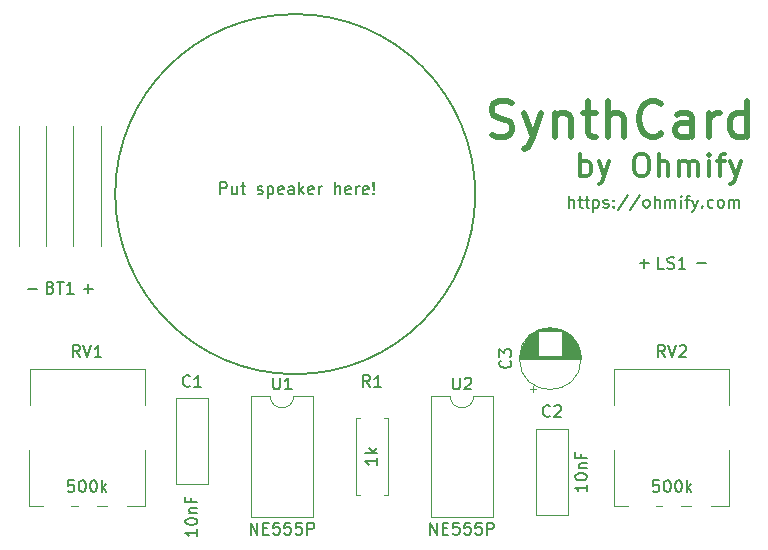
<source format=gbr>
%TF.GenerationSoftware,KiCad,Pcbnew,7.0.9*%
%TF.CreationDate,2023-11-29T23:53:56+08:00*%
%TF.ProjectId,SynthCard,53796e74-6843-4617-9264-2e6b69636164,rev?*%
%TF.SameCoordinates,Original*%
%TF.FileFunction,Legend,Top*%
%TF.FilePolarity,Positive*%
%FSLAX46Y46*%
G04 Gerber Fmt 4.6, Leading zero omitted, Abs format (unit mm)*
G04 Created by KiCad (PCBNEW 7.0.9) date 2023-11-29 23:53:56*
%MOMM*%
%LPD*%
G01*
G04 APERTURE LIST*
%ADD10C,0.150000*%
%ADD11C,0.304800*%
%ADD12C,0.508000*%
%ADD13C,0.120000*%
G04 APERTURE END LIST*
D10*
X144145000Y-94615000D02*
G75*
G03*
X144145000Y-94615000I-15240000J0D01*
G01*
X122538779Y-94611819D02*
X122538779Y-93611819D01*
X122538779Y-93611819D02*
X122919731Y-93611819D01*
X122919731Y-93611819D02*
X123014969Y-93659438D01*
X123014969Y-93659438D02*
X123062588Y-93707057D01*
X123062588Y-93707057D02*
X123110207Y-93802295D01*
X123110207Y-93802295D02*
X123110207Y-93945152D01*
X123110207Y-93945152D02*
X123062588Y-94040390D01*
X123062588Y-94040390D02*
X123014969Y-94088009D01*
X123014969Y-94088009D02*
X122919731Y-94135628D01*
X122919731Y-94135628D02*
X122538779Y-94135628D01*
X123967350Y-93945152D02*
X123967350Y-94611819D01*
X123538779Y-93945152D02*
X123538779Y-94468961D01*
X123538779Y-94468961D02*
X123586398Y-94564200D01*
X123586398Y-94564200D02*
X123681636Y-94611819D01*
X123681636Y-94611819D02*
X123824493Y-94611819D01*
X123824493Y-94611819D02*
X123919731Y-94564200D01*
X123919731Y-94564200D02*
X123967350Y-94516580D01*
X124300684Y-93945152D02*
X124681636Y-93945152D01*
X124443541Y-93611819D02*
X124443541Y-94468961D01*
X124443541Y-94468961D02*
X124491160Y-94564200D01*
X124491160Y-94564200D02*
X124586398Y-94611819D01*
X124586398Y-94611819D02*
X124681636Y-94611819D01*
X125729256Y-94564200D02*
X125824494Y-94611819D01*
X125824494Y-94611819D02*
X126014970Y-94611819D01*
X126014970Y-94611819D02*
X126110208Y-94564200D01*
X126110208Y-94564200D02*
X126157827Y-94468961D01*
X126157827Y-94468961D02*
X126157827Y-94421342D01*
X126157827Y-94421342D02*
X126110208Y-94326104D01*
X126110208Y-94326104D02*
X126014970Y-94278485D01*
X126014970Y-94278485D02*
X125872113Y-94278485D01*
X125872113Y-94278485D02*
X125776875Y-94230866D01*
X125776875Y-94230866D02*
X125729256Y-94135628D01*
X125729256Y-94135628D02*
X125729256Y-94088009D01*
X125729256Y-94088009D02*
X125776875Y-93992771D01*
X125776875Y-93992771D02*
X125872113Y-93945152D01*
X125872113Y-93945152D02*
X126014970Y-93945152D01*
X126014970Y-93945152D02*
X126110208Y-93992771D01*
X126586399Y-93945152D02*
X126586399Y-94945152D01*
X126586399Y-93992771D02*
X126681637Y-93945152D01*
X126681637Y-93945152D02*
X126872113Y-93945152D01*
X126872113Y-93945152D02*
X126967351Y-93992771D01*
X126967351Y-93992771D02*
X127014970Y-94040390D01*
X127014970Y-94040390D02*
X127062589Y-94135628D01*
X127062589Y-94135628D02*
X127062589Y-94421342D01*
X127062589Y-94421342D02*
X127014970Y-94516580D01*
X127014970Y-94516580D02*
X126967351Y-94564200D01*
X126967351Y-94564200D02*
X126872113Y-94611819D01*
X126872113Y-94611819D02*
X126681637Y-94611819D01*
X126681637Y-94611819D02*
X126586399Y-94564200D01*
X127872113Y-94564200D02*
X127776875Y-94611819D01*
X127776875Y-94611819D02*
X127586399Y-94611819D01*
X127586399Y-94611819D02*
X127491161Y-94564200D01*
X127491161Y-94564200D02*
X127443542Y-94468961D01*
X127443542Y-94468961D02*
X127443542Y-94088009D01*
X127443542Y-94088009D02*
X127491161Y-93992771D01*
X127491161Y-93992771D02*
X127586399Y-93945152D01*
X127586399Y-93945152D02*
X127776875Y-93945152D01*
X127776875Y-93945152D02*
X127872113Y-93992771D01*
X127872113Y-93992771D02*
X127919732Y-94088009D01*
X127919732Y-94088009D02*
X127919732Y-94183247D01*
X127919732Y-94183247D02*
X127443542Y-94278485D01*
X128776875Y-94611819D02*
X128776875Y-94088009D01*
X128776875Y-94088009D02*
X128729256Y-93992771D01*
X128729256Y-93992771D02*
X128634018Y-93945152D01*
X128634018Y-93945152D02*
X128443542Y-93945152D01*
X128443542Y-93945152D02*
X128348304Y-93992771D01*
X128776875Y-94564200D02*
X128681637Y-94611819D01*
X128681637Y-94611819D02*
X128443542Y-94611819D01*
X128443542Y-94611819D02*
X128348304Y-94564200D01*
X128348304Y-94564200D02*
X128300685Y-94468961D01*
X128300685Y-94468961D02*
X128300685Y-94373723D01*
X128300685Y-94373723D02*
X128348304Y-94278485D01*
X128348304Y-94278485D02*
X128443542Y-94230866D01*
X128443542Y-94230866D02*
X128681637Y-94230866D01*
X128681637Y-94230866D02*
X128776875Y-94183247D01*
X129253066Y-94611819D02*
X129253066Y-93611819D01*
X129348304Y-94230866D02*
X129634018Y-94611819D01*
X129634018Y-93945152D02*
X129253066Y-94326104D01*
X130443542Y-94564200D02*
X130348304Y-94611819D01*
X130348304Y-94611819D02*
X130157828Y-94611819D01*
X130157828Y-94611819D02*
X130062590Y-94564200D01*
X130062590Y-94564200D02*
X130014971Y-94468961D01*
X130014971Y-94468961D02*
X130014971Y-94088009D01*
X130014971Y-94088009D02*
X130062590Y-93992771D01*
X130062590Y-93992771D02*
X130157828Y-93945152D01*
X130157828Y-93945152D02*
X130348304Y-93945152D01*
X130348304Y-93945152D02*
X130443542Y-93992771D01*
X130443542Y-93992771D02*
X130491161Y-94088009D01*
X130491161Y-94088009D02*
X130491161Y-94183247D01*
X130491161Y-94183247D02*
X130014971Y-94278485D01*
X130919733Y-94611819D02*
X130919733Y-93945152D01*
X130919733Y-94135628D02*
X130967352Y-94040390D01*
X130967352Y-94040390D02*
X131014971Y-93992771D01*
X131014971Y-93992771D02*
X131110209Y-93945152D01*
X131110209Y-93945152D02*
X131205447Y-93945152D01*
X132300686Y-94611819D02*
X132300686Y-93611819D01*
X132729257Y-94611819D02*
X132729257Y-94088009D01*
X132729257Y-94088009D02*
X132681638Y-93992771D01*
X132681638Y-93992771D02*
X132586400Y-93945152D01*
X132586400Y-93945152D02*
X132443543Y-93945152D01*
X132443543Y-93945152D02*
X132348305Y-93992771D01*
X132348305Y-93992771D02*
X132300686Y-94040390D01*
X133586400Y-94564200D02*
X133491162Y-94611819D01*
X133491162Y-94611819D02*
X133300686Y-94611819D01*
X133300686Y-94611819D02*
X133205448Y-94564200D01*
X133205448Y-94564200D02*
X133157829Y-94468961D01*
X133157829Y-94468961D02*
X133157829Y-94088009D01*
X133157829Y-94088009D02*
X133205448Y-93992771D01*
X133205448Y-93992771D02*
X133300686Y-93945152D01*
X133300686Y-93945152D02*
X133491162Y-93945152D01*
X133491162Y-93945152D02*
X133586400Y-93992771D01*
X133586400Y-93992771D02*
X133634019Y-94088009D01*
X133634019Y-94088009D02*
X133634019Y-94183247D01*
X133634019Y-94183247D02*
X133157829Y-94278485D01*
X134062591Y-94611819D02*
X134062591Y-93945152D01*
X134062591Y-94135628D02*
X134110210Y-94040390D01*
X134110210Y-94040390D02*
X134157829Y-93992771D01*
X134157829Y-93992771D02*
X134253067Y-93945152D01*
X134253067Y-93945152D02*
X134348305Y-93945152D01*
X135062591Y-94564200D02*
X134967353Y-94611819D01*
X134967353Y-94611819D02*
X134776877Y-94611819D01*
X134776877Y-94611819D02*
X134681639Y-94564200D01*
X134681639Y-94564200D02*
X134634020Y-94468961D01*
X134634020Y-94468961D02*
X134634020Y-94088009D01*
X134634020Y-94088009D02*
X134681639Y-93992771D01*
X134681639Y-93992771D02*
X134776877Y-93945152D01*
X134776877Y-93945152D02*
X134967353Y-93945152D01*
X134967353Y-93945152D02*
X135062591Y-93992771D01*
X135062591Y-93992771D02*
X135110210Y-94088009D01*
X135110210Y-94088009D02*
X135110210Y-94183247D01*
X135110210Y-94183247D02*
X134634020Y-94278485D01*
X135538782Y-94516580D02*
X135586401Y-94564200D01*
X135586401Y-94564200D02*
X135538782Y-94611819D01*
X135538782Y-94611819D02*
X135491163Y-94564200D01*
X135491163Y-94564200D02*
X135538782Y-94516580D01*
X135538782Y-94516580D02*
X135538782Y-94611819D01*
X135538782Y-94230866D02*
X135491163Y-93659438D01*
X135491163Y-93659438D02*
X135538782Y-93611819D01*
X135538782Y-93611819D02*
X135586401Y-93659438D01*
X135586401Y-93659438D02*
X135538782Y-94230866D01*
X135538782Y-94230866D02*
X135538782Y-93611819D01*
X158070779Y-100453866D02*
X158832684Y-100453866D01*
X158451731Y-100834819D02*
X158451731Y-100072914D01*
X106282779Y-102612866D02*
X107044684Y-102612866D01*
D11*
X153054097Y-93096014D02*
X153054097Y-91191014D01*
X153054097Y-91916728D02*
X153235526Y-91826014D01*
X153235526Y-91826014D02*
X153598383Y-91826014D01*
X153598383Y-91826014D02*
X153779811Y-91916728D01*
X153779811Y-91916728D02*
X153870526Y-92007442D01*
X153870526Y-92007442D02*
X153961240Y-92188871D01*
X153961240Y-92188871D02*
X153961240Y-92733157D01*
X153961240Y-92733157D02*
X153870526Y-92914585D01*
X153870526Y-92914585D02*
X153779811Y-93005300D01*
X153779811Y-93005300D02*
X153598383Y-93096014D01*
X153598383Y-93096014D02*
X153235526Y-93096014D01*
X153235526Y-93096014D02*
X153054097Y-93005300D01*
X154596239Y-91826014D02*
X155049811Y-93096014D01*
X155503382Y-91826014D02*
X155049811Y-93096014D01*
X155049811Y-93096014D02*
X154868382Y-93549585D01*
X154868382Y-93549585D02*
X154777668Y-93640300D01*
X154777668Y-93640300D02*
X154596239Y-93731014D01*
X158043383Y-91191014D02*
X158406240Y-91191014D01*
X158406240Y-91191014D02*
X158587669Y-91281728D01*
X158587669Y-91281728D02*
X158769097Y-91463157D01*
X158769097Y-91463157D02*
X158859812Y-91826014D01*
X158859812Y-91826014D02*
X158859812Y-92461014D01*
X158859812Y-92461014D02*
X158769097Y-92823871D01*
X158769097Y-92823871D02*
X158587669Y-93005300D01*
X158587669Y-93005300D02*
X158406240Y-93096014D01*
X158406240Y-93096014D02*
X158043383Y-93096014D01*
X158043383Y-93096014D02*
X157861955Y-93005300D01*
X157861955Y-93005300D02*
X157680526Y-92823871D01*
X157680526Y-92823871D02*
X157589812Y-92461014D01*
X157589812Y-92461014D02*
X157589812Y-91826014D01*
X157589812Y-91826014D02*
X157680526Y-91463157D01*
X157680526Y-91463157D02*
X157861955Y-91281728D01*
X157861955Y-91281728D02*
X158043383Y-91191014D01*
X159676240Y-93096014D02*
X159676240Y-91191014D01*
X160492669Y-93096014D02*
X160492669Y-92098157D01*
X160492669Y-92098157D02*
X160401954Y-91916728D01*
X160401954Y-91916728D02*
X160220526Y-91826014D01*
X160220526Y-91826014D02*
X159948383Y-91826014D01*
X159948383Y-91826014D02*
X159766954Y-91916728D01*
X159766954Y-91916728D02*
X159676240Y-92007442D01*
X161399811Y-93096014D02*
X161399811Y-91826014D01*
X161399811Y-92007442D02*
X161490525Y-91916728D01*
X161490525Y-91916728D02*
X161671954Y-91826014D01*
X161671954Y-91826014D02*
X161944097Y-91826014D01*
X161944097Y-91826014D02*
X162125525Y-91916728D01*
X162125525Y-91916728D02*
X162216240Y-92098157D01*
X162216240Y-92098157D02*
X162216240Y-93096014D01*
X162216240Y-92098157D02*
X162306954Y-91916728D01*
X162306954Y-91916728D02*
X162488382Y-91826014D01*
X162488382Y-91826014D02*
X162760525Y-91826014D01*
X162760525Y-91826014D02*
X162941954Y-91916728D01*
X162941954Y-91916728D02*
X163032668Y-92098157D01*
X163032668Y-92098157D02*
X163032668Y-93096014D01*
X163939811Y-93096014D02*
X163939811Y-91826014D01*
X163939811Y-91191014D02*
X163849097Y-91281728D01*
X163849097Y-91281728D02*
X163939811Y-91372442D01*
X163939811Y-91372442D02*
X164030525Y-91281728D01*
X164030525Y-91281728D02*
X163939811Y-91191014D01*
X163939811Y-91191014D02*
X163939811Y-91372442D01*
X164574811Y-91826014D02*
X165300525Y-91826014D01*
X164846954Y-93096014D02*
X164846954Y-91463157D01*
X164846954Y-91463157D02*
X164937668Y-91281728D01*
X164937668Y-91281728D02*
X165119097Y-91191014D01*
X165119097Y-91191014D02*
X165300525Y-91191014D01*
X165754096Y-91826014D02*
X166207668Y-93096014D01*
X166661239Y-91826014D02*
X166207668Y-93096014D01*
X166207668Y-93096014D02*
X166026239Y-93549585D01*
X166026239Y-93549585D02*
X165935525Y-93640300D01*
X165935525Y-93640300D02*
X165754096Y-93731014D01*
D12*
X145539781Y-89625424D02*
X145975210Y-89770566D01*
X145975210Y-89770566D02*
X146700924Y-89770566D01*
X146700924Y-89770566D02*
X146991210Y-89625424D01*
X146991210Y-89625424D02*
X147136352Y-89480281D01*
X147136352Y-89480281D02*
X147281495Y-89189995D01*
X147281495Y-89189995D02*
X147281495Y-88899709D01*
X147281495Y-88899709D02*
X147136352Y-88609424D01*
X147136352Y-88609424D02*
X146991210Y-88464281D01*
X146991210Y-88464281D02*
X146700924Y-88319138D01*
X146700924Y-88319138D02*
X146120352Y-88173995D01*
X146120352Y-88173995D02*
X145830067Y-88028852D01*
X145830067Y-88028852D02*
X145684924Y-87883709D01*
X145684924Y-87883709D02*
X145539781Y-87593424D01*
X145539781Y-87593424D02*
X145539781Y-87303138D01*
X145539781Y-87303138D02*
X145684924Y-87012852D01*
X145684924Y-87012852D02*
X145830067Y-86867709D01*
X145830067Y-86867709D02*
X146120352Y-86722566D01*
X146120352Y-86722566D02*
X146846067Y-86722566D01*
X146846067Y-86722566D02*
X147281495Y-86867709D01*
X148297495Y-87738566D02*
X149023209Y-89770566D01*
X149748924Y-87738566D02*
X149023209Y-89770566D01*
X149023209Y-89770566D02*
X148732924Y-90496281D01*
X148732924Y-90496281D02*
X148587781Y-90641424D01*
X148587781Y-90641424D02*
X148297495Y-90786566D01*
X150910067Y-87738566D02*
X150910067Y-89770566D01*
X150910067Y-88028852D02*
X151055210Y-87883709D01*
X151055210Y-87883709D02*
X151345495Y-87738566D01*
X151345495Y-87738566D02*
X151780924Y-87738566D01*
X151780924Y-87738566D02*
X152071210Y-87883709D01*
X152071210Y-87883709D02*
X152216353Y-88173995D01*
X152216353Y-88173995D02*
X152216353Y-89770566D01*
X153232352Y-87738566D02*
X154393495Y-87738566D01*
X153667781Y-86722566D02*
X153667781Y-89335138D01*
X153667781Y-89335138D02*
X153812924Y-89625424D01*
X153812924Y-89625424D02*
X154103209Y-89770566D01*
X154103209Y-89770566D02*
X154393495Y-89770566D01*
X155409495Y-89770566D02*
X155409495Y-86722566D01*
X156715781Y-89770566D02*
X156715781Y-88173995D01*
X156715781Y-88173995D02*
X156570638Y-87883709D01*
X156570638Y-87883709D02*
X156280352Y-87738566D01*
X156280352Y-87738566D02*
X155844923Y-87738566D01*
X155844923Y-87738566D02*
X155554638Y-87883709D01*
X155554638Y-87883709D02*
X155409495Y-88028852D01*
X159908923Y-89480281D02*
X159763780Y-89625424D01*
X159763780Y-89625424D02*
X159328352Y-89770566D01*
X159328352Y-89770566D02*
X159038066Y-89770566D01*
X159038066Y-89770566D02*
X158602637Y-89625424D01*
X158602637Y-89625424D02*
X158312352Y-89335138D01*
X158312352Y-89335138D02*
X158167209Y-89044852D01*
X158167209Y-89044852D02*
X158022066Y-88464281D01*
X158022066Y-88464281D02*
X158022066Y-88028852D01*
X158022066Y-88028852D02*
X158167209Y-87448281D01*
X158167209Y-87448281D02*
X158312352Y-87157995D01*
X158312352Y-87157995D02*
X158602637Y-86867709D01*
X158602637Y-86867709D02*
X159038066Y-86722566D01*
X159038066Y-86722566D02*
X159328352Y-86722566D01*
X159328352Y-86722566D02*
X159763780Y-86867709D01*
X159763780Y-86867709D02*
X159908923Y-87012852D01*
X162521495Y-89770566D02*
X162521495Y-88173995D01*
X162521495Y-88173995D02*
X162376352Y-87883709D01*
X162376352Y-87883709D02*
X162086066Y-87738566D01*
X162086066Y-87738566D02*
X161505495Y-87738566D01*
X161505495Y-87738566D02*
X161215209Y-87883709D01*
X162521495Y-89625424D02*
X162231209Y-89770566D01*
X162231209Y-89770566D02*
X161505495Y-89770566D01*
X161505495Y-89770566D02*
X161215209Y-89625424D01*
X161215209Y-89625424D02*
X161070066Y-89335138D01*
X161070066Y-89335138D02*
X161070066Y-89044852D01*
X161070066Y-89044852D02*
X161215209Y-88754566D01*
X161215209Y-88754566D02*
X161505495Y-88609424D01*
X161505495Y-88609424D02*
X162231209Y-88609424D01*
X162231209Y-88609424D02*
X162521495Y-88464281D01*
X163972923Y-89770566D02*
X163972923Y-87738566D01*
X163972923Y-88319138D02*
X164118066Y-88028852D01*
X164118066Y-88028852D02*
X164263209Y-87883709D01*
X164263209Y-87883709D02*
X164553494Y-87738566D01*
X164553494Y-87738566D02*
X164843780Y-87738566D01*
X167166066Y-89770566D02*
X167166066Y-86722566D01*
X167166066Y-89625424D02*
X166875780Y-89770566D01*
X166875780Y-89770566D02*
X166295208Y-89770566D01*
X166295208Y-89770566D02*
X166004923Y-89625424D01*
X166004923Y-89625424D02*
X165859780Y-89480281D01*
X165859780Y-89480281D02*
X165714637Y-89189995D01*
X165714637Y-89189995D02*
X165714637Y-88319138D01*
X165714637Y-88319138D02*
X165859780Y-88028852D01*
X165859780Y-88028852D02*
X166004923Y-87883709D01*
X166004923Y-87883709D02*
X166295208Y-87738566D01*
X166295208Y-87738566D02*
X166875780Y-87738566D01*
X166875780Y-87738566D02*
X167166066Y-87883709D01*
D10*
X162896779Y-100453866D02*
X163658684Y-100453866D01*
X110981779Y-102612866D02*
X111743684Y-102612866D01*
X111362731Y-102993819D02*
X111362731Y-102231914D01*
X152101779Y-95754819D02*
X152101779Y-94754819D01*
X152530350Y-95754819D02*
X152530350Y-95231009D01*
X152530350Y-95231009D02*
X152482731Y-95135771D01*
X152482731Y-95135771D02*
X152387493Y-95088152D01*
X152387493Y-95088152D02*
X152244636Y-95088152D01*
X152244636Y-95088152D02*
X152149398Y-95135771D01*
X152149398Y-95135771D02*
X152101779Y-95183390D01*
X152863684Y-95088152D02*
X153244636Y-95088152D01*
X153006541Y-94754819D02*
X153006541Y-95611961D01*
X153006541Y-95611961D02*
X153054160Y-95707200D01*
X153054160Y-95707200D02*
X153149398Y-95754819D01*
X153149398Y-95754819D02*
X153244636Y-95754819D01*
X153435113Y-95088152D02*
X153816065Y-95088152D01*
X153577970Y-94754819D02*
X153577970Y-95611961D01*
X153577970Y-95611961D02*
X153625589Y-95707200D01*
X153625589Y-95707200D02*
X153720827Y-95754819D01*
X153720827Y-95754819D02*
X153816065Y-95754819D01*
X154149399Y-95088152D02*
X154149399Y-96088152D01*
X154149399Y-95135771D02*
X154244637Y-95088152D01*
X154244637Y-95088152D02*
X154435113Y-95088152D01*
X154435113Y-95088152D02*
X154530351Y-95135771D01*
X154530351Y-95135771D02*
X154577970Y-95183390D01*
X154577970Y-95183390D02*
X154625589Y-95278628D01*
X154625589Y-95278628D02*
X154625589Y-95564342D01*
X154625589Y-95564342D02*
X154577970Y-95659580D01*
X154577970Y-95659580D02*
X154530351Y-95707200D01*
X154530351Y-95707200D02*
X154435113Y-95754819D01*
X154435113Y-95754819D02*
X154244637Y-95754819D01*
X154244637Y-95754819D02*
X154149399Y-95707200D01*
X155006542Y-95707200D02*
X155101780Y-95754819D01*
X155101780Y-95754819D02*
X155292256Y-95754819D01*
X155292256Y-95754819D02*
X155387494Y-95707200D01*
X155387494Y-95707200D02*
X155435113Y-95611961D01*
X155435113Y-95611961D02*
X155435113Y-95564342D01*
X155435113Y-95564342D02*
X155387494Y-95469104D01*
X155387494Y-95469104D02*
X155292256Y-95421485D01*
X155292256Y-95421485D02*
X155149399Y-95421485D01*
X155149399Y-95421485D02*
X155054161Y-95373866D01*
X155054161Y-95373866D02*
X155006542Y-95278628D01*
X155006542Y-95278628D02*
X155006542Y-95231009D01*
X155006542Y-95231009D02*
X155054161Y-95135771D01*
X155054161Y-95135771D02*
X155149399Y-95088152D01*
X155149399Y-95088152D02*
X155292256Y-95088152D01*
X155292256Y-95088152D02*
X155387494Y-95135771D01*
X155863685Y-95659580D02*
X155911304Y-95707200D01*
X155911304Y-95707200D02*
X155863685Y-95754819D01*
X155863685Y-95754819D02*
X155816066Y-95707200D01*
X155816066Y-95707200D02*
X155863685Y-95659580D01*
X155863685Y-95659580D02*
X155863685Y-95754819D01*
X155863685Y-95135771D02*
X155911304Y-95183390D01*
X155911304Y-95183390D02*
X155863685Y-95231009D01*
X155863685Y-95231009D02*
X155816066Y-95183390D01*
X155816066Y-95183390D02*
X155863685Y-95135771D01*
X155863685Y-95135771D02*
X155863685Y-95231009D01*
X157054160Y-94707200D02*
X156197018Y-95992914D01*
X158101779Y-94707200D02*
X157244637Y-95992914D01*
X158577970Y-95754819D02*
X158482732Y-95707200D01*
X158482732Y-95707200D02*
X158435113Y-95659580D01*
X158435113Y-95659580D02*
X158387494Y-95564342D01*
X158387494Y-95564342D02*
X158387494Y-95278628D01*
X158387494Y-95278628D02*
X158435113Y-95183390D01*
X158435113Y-95183390D02*
X158482732Y-95135771D01*
X158482732Y-95135771D02*
X158577970Y-95088152D01*
X158577970Y-95088152D02*
X158720827Y-95088152D01*
X158720827Y-95088152D02*
X158816065Y-95135771D01*
X158816065Y-95135771D02*
X158863684Y-95183390D01*
X158863684Y-95183390D02*
X158911303Y-95278628D01*
X158911303Y-95278628D02*
X158911303Y-95564342D01*
X158911303Y-95564342D02*
X158863684Y-95659580D01*
X158863684Y-95659580D02*
X158816065Y-95707200D01*
X158816065Y-95707200D02*
X158720827Y-95754819D01*
X158720827Y-95754819D02*
X158577970Y-95754819D01*
X159339875Y-95754819D02*
X159339875Y-94754819D01*
X159768446Y-95754819D02*
X159768446Y-95231009D01*
X159768446Y-95231009D02*
X159720827Y-95135771D01*
X159720827Y-95135771D02*
X159625589Y-95088152D01*
X159625589Y-95088152D02*
X159482732Y-95088152D01*
X159482732Y-95088152D02*
X159387494Y-95135771D01*
X159387494Y-95135771D02*
X159339875Y-95183390D01*
X160244637Y-95754819D02*
X160244637Y-95088152D01*
X160244637Y-95183390D02*
X160292256Y-95135771D01*
X160292256Y-95135771D02*
X160387494Y-95088152D01*
X160387494Y-95088152D02*
X160530351Y-95088152D01*
X160530351Y-95088152D02*
X160625589Y-95135771D01*
X160625589Y-95135771D02*
X160673208Y-95231009D01*
X160673208Y-95231009D02*
X160673208Y-95754819D01*
X160673208Y-95231009D02*
X160720827Y-95135771D01*
X160720827Y-95135771D02*
X160816065Y-95088152D01*
X160816065Y-95088152D02*
X160958922Y-95088152D01*
X160958922Y-95088152D02*
X161054161Y-95135771D01*
X161054161Y-95135771D02*
X161101780Y-95231009D01*
X161101780Y-95231009D02*
X161101780Y-95754819D01*
X161577970Y-95754819D02*
X161577970Y-95088152D01*
X161577970Y-94754819D02*
X161530351Y-94802438D01*
X161530351Y-94802438D02*
X161577970Y-94850057D01*
X161577970Y-94850057D02*
X161625589Y-94802438D01*
X161625589Y-94802438D02*
X161577970Y-94754819D01*
X161577970Y-94754819D02*
X161577970Y-94850057D01*
X161911303Y-95088152D02*
X162292255Y-95088152D01*
X162054160Y-95754819D02*
X162054160Y-94897676D01*
X162054160Y-94897676D02*
X162101779Y-94802438D01*
X162101779Y-94802438D02*
X162197017Y-94754819D01*
X162197017Y-94754819D02*
X162292255Y-94754819D01*
X162530351Y-95088152D02*
X162768446Y-95754819D01*
X163006541Y-95088152D02*
X162768446Y-95754819D01*
X162768446Y-95754819D02*
X162673208Y-95992914D01*
X162673208Y-95992914D02*
X162625589Y-96040533D01*
X162625589Y-96040533D02*
X162530351Y-96088152D01*
X163387494Y-95659580D02*
X163435113Y-95707200D01*
X163435113Y-95707200D02*
X163387494Y-95754819D01*
X163387494Y-95754819D02*
X163339875Y-95707200D01*
X163339875Y-95707200D02*
X163387494Y-95659580D01*
X163387494Y-95659580D02*
X163387494Y-95754819D01*
X164292255Y-95707200D02*
X164197017Y-95754819D01*
X164197017Y-95754819D02*
X164006541Y-95754819D01*
X164006541Y-95754819D02*
X163911303Y-95707200D01*
X163911303Y-95707200D02*
X163863684Y-95659580D01*
X163863684Y-95659580D02*
X163816065Y-95564342D01*
X163816065Y-95564342D02*
X163816065Y-95278628D01*
X163816065Y-95278628D02*
X163863684Y-95183390D01*
X163863684Y-95183390D02*
X163911303Y-95135771D01*
X163911303Y-95135771D02*
X164006541Y-95088152D01*
X164006541Y-95088152D02*
X164197017Y-95088152D01*
X164197017Y-95088152D02*
X164292255Y-95135771D01*
X164863684Y-95754819D02*
X164768446Y-95707200D01*
X164768446Y-95707200D02*
X164720827Y-95659580D01*
X164720827Y-95659580D02*
X164673208Y-95564342D01*
X164673208Y-95564342D02*
X164673208Y-95278628D01*
X164673208Y-95278628D02*
X164720827Y-95183390D01*
X164720827Y-95183390D02*
X164768446Y-95135771D01*
X164768446Y-95135771D02*
X164863684Y-95088152D01*
X164863684Y-95088152D02*
X165006541Y-95088152D01*
X165006541Y-95088152D02*
X165101779Y-95135771D01*
X165101779Y-95135771D02*
X165149398Y-95183390D01*
X165149398Y-95183390D02*
X165197017Y-95278628D01*
X165197017Y-95278628D02*
X165197017Y-95564342D01*
X165197017Y-95564342D02*
X165149398Y-95659580D01*
X165149398Y-95659580D02*
X165101779Y-95707200D01*
X165101779Y-95707200D02*
X165006541Y-95754819D01*
X165006541Y-95754819D02*
X164863684Y-95754819D01*
X165625589Y-95754819D02*
X165625589Y-95088152D01*
X165625589Y-95183390D02*
X165673208Y-95135771D01*
X165673208Y-95135771D02*
X165768446Y-95088152D01*
X165768446Y-95088152D02*
X165911303Y-95088152D01*
X165911303Y-95088152D02*
X166006541Y-95135771D01*
X166006541Y-95135771D02*
X166054160Y-95231009D01*
X166054160Y-95231009D02*
X166054160Y-95754819D01*
X166054160Y-95231009D02*
X166101779Y-95135771D01*
X166101779Y-95135771D02*
X166197017Y-95088152D01*
X166197017Y-95088152D02*
X166339874Y-95088152D01*
X166339874Y-95088152D02*
X166435113Y-95135771D01*
X166435113Y-95135771D02*
X166482732Y-95231009D01*
X166482732Y-95231009D02*
X166482732Y-95754819D01*
X135233333Y-110944819D02*
X134900000Y-110468628D01*
X134661905Y-110944819D02*
X134661905Y-109944819D01*
X134661905Y-109944819D02*
X135042857Y-109944819D01*
X135042857Y-109944819D02*
X135138095Y-109992438D01*
X135138095Y-109992438D02*
X135185714Y-110040057D01*
X135185714Y-110040057D02*
X135233333Y-110135295D01*
X135233333Y-110135295D02*
X135233333Y-110278152D01*
X135233333Y-110278152D02*
X135185714Y-110373390D01*
X135185714Y-110373390D02*
X135138095Y-110421009D01*
X135138095Y-110421009D02*
X135042857Y-110468628D01*
X135042857Y-110468628D02*
X134661905Y-110468628D01*
X136185714Y-110944819D02*
X135614286Y-110944819D01*
X135900000Y-110944819D02*
X135900000Y-109944819D01*
X135900000Y-109944819D02*
X135804762Y-110087676D01*
X135804762Y-110087676D02*
X135709524Y-110182914D01*
X135709524Y-110182914D02*
X135614286Y-110230533D01*
X135854819Y-116959047D02*
X135854819Y-117530475D01*
X135854819Y-117244761D02*
X134854819Y-117244761D01*
X134854819Y-117244761D02*
X134997676Y-117339999D01*
X134997676Y-117339999D02*
X135092914Y-117435237D01*
X135092914Y-117435237D02*
X135140533Y-117530475D01*
X135854819Y-116530475D02*
X134854819Y-116530475D01*
X135473866Y-116435237D02*
X135854819Y-116149523D01*
X135188152Y-116149523D02*
X135569104Y-116530475D01*
X150473333Y-113389580D02*
X150425714Y-113437200D01*
X150425714Y-113437200D02*
X150282857Y-113484819D01*
X150282857Y-113484819D02*
X150187619Y-113484819D01*
X150187619Y-113484819D02*
X150044762Y-113437200D01*
X150044762Y-113437200D02*
X149949524Y-113341961D01*
X149949524Y-113341961D02*
X149901905Y-113246723D01*
X149901905Y-113246723D02*
X149854286Y-113056247D01*
X149854286Y-113056247D02*
X149854286Y-112913390D01*
X149854286Y-112913390D02*
X149901905Y-112722914D01*
X149901905Y-112722914D02*
X149949524Y-112627676D01*
X149949524Y-112627676D02*
X150044762Y-112532438D01*
X150044762Y-112532438D02*
X150187619Y-112484819D01*
X150187619Y-112484819D02*
X150282857Y-112484819D01*
X150282857Y-112484819D02*
X150425714Y-112532438D01*
X150425714Y-112532438D02*
X150473333Y-112580057D01*
X150854286Y-112580057D02*
X150901905Y-112532438D01*
X150901905Y-112532438D02*
X150997143Y-112484819D01*
X150997143Y-112484819D02*
X151235238Y-112484819D01*
X151235238Y-112484819D02*
X151330476Y-112532438D01*
X151330476Y-112532438D02*
X151378095Y-112580057D01*
X151378095Y-112580057D02*
X151425714Y-112675295D01*
X151425714Y-112675295D02*
X151425714Y-112770533D01*
X151425714Y-112770533D02*
X151378095Y-112913390D01*
X151378095Y-112913390D02*
X150806667Y-113484819D01*
X150806667Y-113484819D02*
X151425714Y-113484819D01*
X153594819Y-119221428D02*
X153594819Y-119792856D01*
X153594819Y-119507142D02*
X152594819Y-119507142D01*
X152594819Y-119507142D02*
X152737676Y-119602380D01*
X152737676Y-119602380D02*
X152832914Y-119697618D01*
X152832914Y-119697618D02*
X152880533Y-119792856D01*
X152594819Y-118602380D02*
X152594819Y-118507142D01*
X152594819Y-118507142D02*
X152642438Y-118411904D01*
X152642438Y-118411904D02*
X152690057Y-118364285D01*
X152690057Y-118364285D02*
X152785295Y-118316666D01*
X152785295Y-118316666D02*
X152975771Y-118269047D01*
X152975771Y-118269047D02*
X153213866Y-118269047D01*
X153213866Y-118269047D02*
X153404342Y-118316666D01*
X153404342Y-118316666D02*
X153499580Y-118364285D01*
X153499580Y-118364285D02*
X153547200Y-118411904D01*
X153547200Y-118411904D02*
X153594819Y-118507142D01*
X153594819Y-118507142D02*
X153594819Y-118602380D01*
X153594819Y-118602380D02*
X153547200Y-118697618D01*
X153547200Y-118697618D02*
X153499580Y-118745237D01*
X153499580Y-118745237D02*
X153404342Y-118792856D01*
X153404342Y-118792856D02*
X153213866Y-118840475D01*
X153213866Y-118840475D02*
X152975771Y-118840475D01*
X152975771Y-118840475D02*
X152785295Y-118792856D01*
X152785295Y-118792856D02*
X152690057Y-118745237D01*
X152690057Y-118745237D02*
X152642438Y-118697618D01*
X152642438Y-118697618D02*
X152594819Y-118602380D01*
X152928152Y-117840475D02*
X153594819Y-117840475D01*
X153023390Y-117840475D02*
X152975771Y-117792856D01*
X152975771Y-117792856D02*
X152928152Y-117697618D01*
X152928152Y-117697618D02*
X152928152Y-117554761D01*
X152928152Y-117554761D02*
X152975771Y-117459523D01*
X152975771Y-117459523D02*
X153071009Y-117411904D01*
X153071009Y-117411904D02*
X153594819Y-117411904D01*
X153071009Y-116602380D02*
X153071009Y-116935713D01*
X153594819Y-116935713D02*
X152594819Y-116935713D01*
X152594819Y-116935713D02*
X152594819Y-116459523D01*
X147104580Y-108706779D02*
X147152200Y-108754398D01*
X147152200Y-108754398D02*
X147199819Y-108897255D01*
X147199819Y-108897255D02*
X147199819Y-108992493D01*
X147199819Y-108992493D02*
X147152200Y-109135350D01*
X147152200Y-109135350D02*
X147056961Y-109230588D01*
X147056961Y-109230588D02*
X146961723Y-109278207D01*
X146961723Y-109278207D02*
X146771247Y-109325826D01*
X146771247Y-109325826D02*
X146628390Y-109325826D01*
X146628390Y-109325826D02*
X146437914Y-109278207D01*
X146437914Y-109278207D02*
X146342676Y-109230588D01*
X146342676Y-109230588D02*
X146247438Y-109135350D01*
X146247438Y-109135350D02*
X146199819Y-108992493D01*
X146199819Y-108992493D02*
X146199819Y-108897255D01*
X146199819Y-108897255D02*
X146247438Y-108754398D01*
X146247438Y-108754398D02*
X146295057Y-108706779D01*
X146199819Y-108373445D02*
X146199819Y-107754398D01*
X146199819Y-107754398D02*
X146580771Y-108087731D01*
X146580771Y-108087731D02*
X146580771Y-107944874D01*
X146580771Y-107944874D02*
X146628390Y-107849636D01*
X146628390Y-107849636D02*
X146676009Y-107802017D01*
X146676009Y-107802017D02*
X146771247Y-107754398D01*
X146771247Y-107754398D02*
X147009342Y-107754398D01*
X147009342Y-107754398D02*
X147104580Y-107802017D01*
X147104580Y-107802017D02*
X147152200Y-107849636D01*
X147152200Y-107849636D02*
X147199819Y-107944874D01*
X147199819Y-107944874D02*
X147199819Y-108230588D01*
X147199819Y-108230588D02*
X147152200Y-108325826D01*
X147152200Y-108325826D02*
X147104580Y-108373445D01*
X119993333Y-110849580D02*
X119945714Y-110897200D01*
X119945714Y-110897200D02*
X119802857Y-110944819D01*
X119802857Y-110944819D02*
X119707619Y-110944819D01*
X119707619Y-110944819D02*
X119564762Y-110897200D01*
X119564762Y-110897200D02*
X119469524Y-110801961D01*
X119469524Y-110801961D02*
X119421905Y-110706723D01*
X119421905Y-110706723D02*
X119374286Y-110516247D01*
X119374286Y-110516247D02*
X119374286Y-110373390D01*
X119374286Y-110373390D02*
X119421905Y-110182914D01*
X119421905Y-110182914D02*
X119469524Y-110087676D01*
X119469524Y-110087676D02*
X119564762Y-109992438D01*
X119564762Y-109992438D02*
X119707619Y-109944819D01*
X119707619Y-109944819D02*
X119802857Y-109944819D01*
X119802857Y-109944819D02*
X119945714Y-109992438D01*
X119945714Y-109992438D02*
X119993333Y-110040057D01*
X120945714Y-110944819D02*
X120374286Y-110944819D01*
X120660000Y-110944819D02*
X120660000Y-109944819D01*
X120660000Y-109944819D02*
X120564762Y-110087676D01*
X120564762Y-110087676D02*
X120469524Y-110182914D01*
X120469524Y-110182914D02*
X120374286Y-110230533D01*
X120614819Y-122991428D02*
X120614819Y-123562856D01*
X120614819Y-123277142D02*
X119614819Y-123277142D01*
X119614819Y-123277142D02*
X119757676Y-123372380D01*
X119757676Y-123372380D02*
X119852914Y-123467618D01*
X119852914Y-123467618D02*
X119900533Y-123562856D01*
X119614819Y-122372380D02*
X119614819Y-122277142D01*
X119614819Y-122277142D02*
X119662438Y-122181904D01*
X119662438Y-122181904D02*
X119710057Y-122134285D01*
X119710057Y-122134285D02*
X119805295Y-122086666D01*
X119805295Y-122086666D02*
X119995771Y-122039047D01*
X119995771Y-122039047D02*
X120233866Y-122039047D01*
X120233866Y-122039047D02*
X120424342Y-122086666D01*
X120424342Y-122086666D02*
X120519580Y-122134285D01*
X120519580Y-122134285D02*
X120567200Y-122181904D01*
X120567200Y-122181904D02*
X120614819Y-122277142D01*
X120614819Y-122277142D02*
X120614819Y-122372380D01*
X120614819Y-122372380D02*
X120567200Y-122467618D01*
X120567200Y-122467618D02*
X120519580Y-122515237D01*
X120519580Y-122515237D02*
X120424342Y-122562856D01*
X120424342Y-122562856D02*
X120233866Y-122610475D01*
X120233866Y-122610475D02*
X119995771Y-122610475D01*
X119995771Y-122610475D02*
X119805295Y-122562856D01*
X119805295Y-122562856D02*
X119710057Y-122515237D01*
X119710057Y-122515237D02*
X119662438Y-122467618D01*
X119662438Y-122467618D02*
X119614819Y-122372380D01*
X119948152Y-121610475D02*
X120614819Y-121610475D01*
X120043390Y-121610475D02*
X119995771Y-121562856D01*
X119995771Y-121562856D02*
X119948152Y-121467618D01*
X119948152Y-121467618D02*
X119948152Y-121324761D01*
X119948152Y-121324761D02*
X119995771Y-121229523D01*
X119995771Y-121229523D02*
X120091009Y-121181904D01*
X120091009Y-121181904D02*
X120614819Y-121181904D01*
X120091009Y-120372380D02*
X120091009Y-120705713D01*
X120614819Y-120705713D02*
X119614819Y-120705713D01*
X119614819Y-120705713D02*
X119614819Y-120229523D01*
X110684761Y-108404819D02*
X110351428Y-107928628D01*
X110113333Y-108404819D02*
X110113333Y-107404819D01*
X110113333Y-107404819D02*
X110494285Y-107404819D01*
X110494285Y-107404819D02*
X110589523Y-107452438D01*
X110589523Y-107452438D02*
X110637142Y-107500057D01*
X110637142Y-107500057D02*
X110684761Y-107595295D01*
X110684761Y-107595295D02*
X110684761Y-107738152D01*
X110684761Y-107738152D02*
X110637142Y-107833390D01*
X110637142Y-107833390D02*
X110589523Y-107881009D01*
X110589523Y-107881009D02*
X110494285Y-107928628D01*
X110494285Y-107928628D02*
X110113333Y-107928628D01*
X110970476Y-107404819D02*
X111303809Y-108404819D01*
X111303809Y-108404819D02*
X111637142Y-107404819D01*
X112494285Y-108404819D02*
X111922857Y-108404819D01*
X112208571Y-108404819D02*
X112208571Y-107404819D01*
X112208571Y-107404819D02*
X112113333Y-107547676D01*
X112113333Y-107547676D02*
X112018095Y-107642914D01*
X112018095Y-107642914D02*
X111922857Y-107690533D01*
X110160952Y-118834819D02*
X109684762Y-118834819D01*
X109684762Y-118834819D02*
X109637143Y-119311009D01*
X109637143Y-119311009D02*
X109684762Y-119263390D01*
X109684762Y-119263390D02*
X109780000Y-119215771D01*
X109780000Y-119215771D02*
X110018095Y-119215771D01*
X110018095Y-119215771D02*
X110113333Y-119263390D01*
X110113333Y-119263390D02*
X110160952Y-119311009D01*
X110160952Y-119311009D02*
X110208571Y-119406247D01*
X110208571Y-119406247D02*
X110208571Y-119644342D01*
X110208571Y-119644342D02*
X110160952Y-119739580D01*
X110160952Y-119739580D02*
X110113333Y-119787200D01*
X110113333Y-119787200D02*
X110018095Y-119834819D01*
X110018095Y-119834819D02*
X109780000Y-119834819D01*
X109780000Y-119834819D02*
X109684762Y-119787200D01*
X109684762Y-119787200D02*
X109637143Y-119739580D01*
X110827619Y-118834819D02*
X110922857Y-118834819D01*
X110922857Y-118834819D02*
X111018095Y-118882438D01*
X111018095Y-118882438D02*
X111065714Y-118930057D01*
X111065714Y-118930057D02*
X111113333Y-119025295D01*
X111113333Y-119025295D02*
X111160952Y-119215771D01*
X111160952Y-119215771D02*
X111160952Y-119453866D01*
X111160952Y-119453866D02*
X111113333Y-119644342D01*
X111113333Y-119644342D02*
X111065714Y-119739580D01*
X111065714Y-119739580D02*
X111018095Y-119787200D01*
X111018095Y-119787200D02*
X110922857Y-119834819D01*
X110922857Y-119834819D02*
X110827619Y-119834819D01*
X110827619Y-119834819D02*
X110732381Y-119787200D01*
X110732381Y-119787200D02*
X110684762Y-119739580D01*
X110684762Y-119739580D02*
X110637143Y-119644342D01*
X110637143Y-119644342D02*
X110589524Y-119453866D01*
X110589524Y-119453866D02*
X110589524Y-119215771D01*
X110589524Y-119215771D02*
X110637143Y-119025295D01*
X110637143Y-119025295D02*
X110684762Y-118930057D01*
X110684762Y-118930057D02*
X110732381Y-118882438D01*
X110732381Y-118882438D02*
X110827619Y-118834819D01*
X111780000Y-118834819D02*
X111875238Y-118834819D01*
X111875238Y-118834819D02*
X111970476Y-118882438D01*
X111970476Y-118882438D02*
X112018095Y-118930057D01*
X112018095Y-118930057D02*
X112065714Y-119025295D01*
X112065714Y-119025295D02*
X112113333Y-119215771D01*
X112113333Y-119215771D02*
X112113333Y-119453866D01*
X112113333Y-119453866D02*
X112065714Y-119644342D01*
X112065714Y-119644342D02*
X112018095Y-119739580D01*
X112018095Y-119739580D02*
X111970476Y-119787200D01*
X111970476Y-119787200D02*
X111875238Y-119834819D01*
X111875238Y-119834819D02*
X111780000Y-119834819D01*
X111780000Y-119834819D02*
X111684762Y-119787200D01*
X111684762Y-119787200D02*
X111637143Y-119739580D01*
X111637143Y-119739580D02*
X111589524Y-119644342D01*
X111589524Y-119644342D02*
X111541905Y-119453866D01*
X111541905Y-119453866D02*
X111541905Y-119215771D01*
X111541905Y-119215771D02*
X111589524Y-119025295D01*
X111589524Y-119025295D02*
X111637143Y-118930057D01*
X111637143Y-118930057D02*
X111684762Y-118882438D01*
X111684762Y-118882438D02*
X111780000Y-118834819D01*
X112541905Y-119834819D02*
X112541905Y-118834819D01*
X112637143Y-119453866D02*
X112922857Y-119834819D01*
X112922857Y-119168152D02*
X112541905Y-119549104D01*
X127028095Y-110154819D02*
X127028095Y-110964342D01*
X127028095Y-110964342D02*
X127075714Y-111059580D01*
X127075714Y-111059580D02*
X127123333Y-111107200D01*
X127123333Y-111107200D02*
X127218571Y-111154819D01*
X127218571Y-111154819D02*
X127409047Y-111154819D01*
X127409047Y-111154819D02*
X127504285Y-111107200D01*
X127504285Y-111107200D02*
X127551904Y-111059580D01*
X127551904Y-111059580D02*
X127599523Y-110964342D01*
X127599523Y-110964342D02*
X127599523Y-110154819D01*
X128599523Y-111154819D02*
X128028095Y-111154819D01*
X128313809Y-111154819D02*
X128313809Y-110154819D01*
X128313809Y-110154819D02*
X128218571Y-110297676D01*
X128218571Y-110297676D02*
X128123333Y-110392914D01*
X128123333Y-110392914D02*
X128028095Y-110440533D01*
X125123333Y-123434819D02*
X125123333Y-122434819D01*
X125123333Y-122434819D02*
X125694761Y-123434819D01*
X125694761Y-123434819D02*
X125694761Y-122434819D01*
X126170952Y-122911009D02*
X126504285Y-122911009D01*
X126647142Y-123434819D02*
X126170952Y-123434819D01*
X126170952Y-123434819D02*
X126170952Y-122434819D01*
X126170952Y-122434819D02*
X126647142Y-122434819D01*
X127551904Y-122434819D02*
X127075714Y-122434819D01*
X127075714Y-122434819D02*
X127028095Y-122911009D01*
X127028095Y-122911009D02*
X127075714Y-122863390D01*
X127075714Y-122863390D02*
X127170952Y-122815771D01*
X127170952Y-122815771D02*
X127409047Y-122815771D01*
X127409047Y-122815771D02*
X127504285Y-122863390D01*
X127504285Y-122863390D02*
X127551904Y-122911009D01*
X127551904Y-122911009D02*
X127599523Y-123006247D01*
X127599523Y-123006247D02*
X127599523Y-123244342D01*
X127599523Y-123244342D02*
X127551904Y-123339580D01*
X127551904Y-123339580D02*
X127504285Y-123387200D01*
X127504285Y-123387200D02*
X127409047Y-123434819D01*
X127409047Y-123434819D02*
X127170952Y-123434819D01*
X127170952Y-123434819D02*
X127075714Y-123387200D01*
X127075714Y-123387200D02*
X127028095Y-123339580D01*
X128504285Y-122434819D02*
X128028095Y-122434819D01*
X128028095Y-122434819D02*
X127980476Y-122911009D01*
X127980476Y-122911009D02*
X128028095Y-122863390D01*
X128028095Y-122863390D02*
X128123333Y-122815771D01*
X128123333Y-122815771D02*
X128361428Y-122815771D01*
X128361428Y-122815771D02*
X128456666Y-122863390D01*
X128456666Y-122863390D02*
X128504285Y-122911009D01*
X128504285Y-122911009D02*
X128551904Y-123006247D01*
X128551904Y-123006247D02*
X128551904Y-123244342D01*
X128551904Y-123244342D02*
X128504285Y-123339580D01*
X128504285Y-123339580D02*
X128456666Y-123387200D01*
X128456666Y-123387200D02*
X128361428Y-123434819D01*
X128361428Y-123434819D02*
X128123333Y-123434819D01*
X128123333Y-123434819D02*
X128028095Y-123387200D01*
X128028095Y-123387200D02*
X127980476Y-123339580D01*
X129456666Y-122434819D02*
X128980476Y-122434819D01*
X128980476Y-122434819D02*
X128932857Y-122911009D01*
X128932857Y-122911009D02*
X128980476Y-122863390D01*
X128980476Y-122863390D02*
X129075714Y-122815771D01*
X129075714Y-122815771D02*
X129313809Y-122815771D01*
X129313809Y-122815771D02*
X129409047Y-122863390D01*
X129409047Y-122863390D02*
X129456666Y-122911009D01*
X129456666Y-122911009D02*
X129504285Y-123006247D01*
X129504285Y-123006247D02*
X129504285Y-123244342D01*
X129504285Y-123244342D02*
X129456666Y-123339580D01*
X129456666Y-123339580D02*
X129409047Y-123387200D01*
X129409047Y-123387200D02*
X129313809Y-123434819D01*
X129313809Y-123434819D02*
X129075714Y-123434819D01*
X129075714Y-123434819D02*
X128980476Y-123387200D01*
X128980476Y-123387200D02*
X128932857Y-123339580D01*
X129932857Y-123434819D02*
X129932857Y-122434819D01*
X129932857Y-122434819D02*
X130313809Y-122434819D01*
X130313809Y-122434819D02*
X130409047Y-122482438D01*
X130409047Y-122482438D02*
X130456666Y-122530057D01*
X130456666Y-122530057D02*
X130504285Y-122625295D01*
X130504285Y-122625295D02*
X130504285Y-122768152D01*
X130504285Y-122768152D02*
X130456666Y-122863390D01*
X130456666Y-122863390D02*
X130409047Y-122911009D01*
X130409047Y-122911009D02*
X130313809Y-122958628D01*
X130313809Y-122958628D02*
X129932857Y-122958628D01*
X160139142Y-100947819D02*
X159662952Y-100947819D01*
X159662952Y-100947819D02*
X159662952Y-99947819D01*
X160424857Y-100900200D02*
X160567714Y-100947819D01*
X160567714Y-100947819D02*
X160805809Y-100947819D01*
X160805809Y-100947819D02*
X160901047Y-100900200D01*
X160901047Y-100900200D02*
X160948666Y-100852580D01*
X160948666Y-100852580D02*
X160996285Y-100757342D01*
X160996285Y-100757342D02*
X160996285Y-100662104D01*
X160996285Y-100662104D02*
X160948666Y-100566866D01*
X160948666Y-100566866D02*
X160901047Y-100519247D01*
X160901047Y-100519247D02*
X160805809Y-100471628D01*
X160805809Y-100471628D02*
X160615333Y-100424009D01*
X160615333Y-100424009D02*
X160520095Y-100376390D01*
X160520095Y-100376390D02*
X160472476Y-100328771D01*
X160472476Y-100328771D02*
X160424857Y-100233533D01*
X160424857Y-100233533D02*
X160424857Y-100138295D01*
X160424857Y-100138295D02*
X160472476Y-100043057D01*
X160472476Y-100043057D02*
X160520095Y-99995438D01*
X160520095Y-99995438D02*
X160615333Y-99947819D01*
X160615333Y-99947819D02*
X160853428Y-99947819D01*
X160853428Y-99947819D02*
X160996285Y-99995438D01*
X161948666Y-100947819D02*
X161377238Y-100947819D01*
X161662952Y-100947819D02*
X161662952Y-99947819D01*
X161662952Y-99947819D02*
X161567714Y-100090676D01*
X161567714Y-100090676D02*
X161472476Y-100185914D01*
X161472476Y-100185914D02*
X161377238Y-100233533D01*
X108194285Y-102511009D02*
X108337142Y-102558628D01*
X108337142Y-102558628D02*
X108384761Y-102606247D01*
X108384761Y-102606247D02*
X108432380Y-102701485D01*
X108432380Y-102701485D02*
X108432380Y-102844342D01*
X108432380Y-102844342D02*
X108384761Y-102939580D01*
X108384761Y-102939580D02*
X108337142Y-102987200D01*
X108337142Y-102987200D02*
X108241904Y-103034819D01*
X108241904Y-103034819D02*
X107860952Y-103034819D01*
X107860952Y-103034819D02*
X107860952Y-102034819D01*
X107860952Y-102034819D02*
X108194285Y-102034819D01*
X108194285Y-102034819D02*
X108289523Y-102082438D01*
X108289523Y-102082438D02*
X108337142Y-102130057D01*
X108337142Y-102130057D02*
X108384761Y-102225295D01*
X108384761Y-102225295D02*
X108384761Y-102320533D01*
X108384761Y-102320533D02*
X108337142Y-102415771D01*
X108337142Y-102415771D02*
X108289523Y-102463390D01*
X108289523Y-102463390D02*
X108194285Y-102511009D01*
X108194285Y-102511009D02*
X107860952Y-102511009D01*
X108718095Y-102034819D02*
X109289523Y-102034819D01*
X109003809Y-103034819D02*
X109003809Y-102034819D01*
X110146666Y-103034819D02*
X109575238Y-103034819D01*
X109860952Y-103034819D02*
X109860952Y-102034819D01*
X109860952Y-102034819D02*
X109765714Y-102177676D01*
X109765714Y-102177676D02*
X109670476Y-102272914D01*
X109670476Y-102272914D02*
X109575238Y-102320533D01*
X142258095Y-110154819D02*
X142258095Y-110964342D01*
X142258095Y-110964342D02*
X142305714Y-111059580D01*
X142305714Y-111059580D02*
X142353333Y-111107200D01*
X142353333Y-111107200D02*
X142448571Y-111154819D01*
X142448571Y-111154819D02*
X142639047Y-111154819D01*
X142639047Y-111154819D02*
X142734285Y-111107200D01*
X142734285Y-111107200D02*
X142781904Y-111059580D01*
X142781904Y-111059580D02*
X142829523Y-110964342D01*
X142829523Y-110964342D02*
X142829523Y-110154819D01*
X143258095Y-110250057D02*
X143305714Y-110202438D01*
X143305714Y-110202438D02*
X143400952Y-110154819D01*
X143400952Y-110154819D02*
X143639047Y-110154819D01*
X143639047Y-110154819D02*
X143734285Y-110202438D01*
X143734285Y-110202438D02*
X143781904Y-110250057D01*
X143781904Y-110250057D02*
X143829523Y-110345295D01*
X143829523Y-110345295D02*
X143829523Y-110440533D01*
X143829523Y-110440533D02*
X143781904Y-110583390D01*
X143781904Y-110583390D02*
X143210476Y-111154819D01*
X143210476Y-111154819D02*
X143829523Y-111154819D01*
X140353333Y-123434819D02*
X140353333Y-122434819D01*
X140353333Y-122434819D02*
X140924761Y-123434819D01*
X140924761Y-123434819D02*
X140924761Y-122434819D01*
X141400952Y-122911009D02*
X141734285Y-122911009D01*
X141877142Y-123434819D02*
X141400952Y-123434819D01*
X141400952Y-123434819D02*
X141400952Y-122434819D01*
X141400952Y-122434819D02*
X141877142Y-122434819D01*
X142781904Y-122434819D02*
X142305714Y-122434819D01*
X142305714Y-122434819D02*
X142258095Y-122911009D01*
X142258095Y-122911009D02*
X142305714Y-122863390D01*
X142305714Y-122863390D02*
X142400952Y-122815771D01*
X142400952Y-122815771D02*
X142639047Y-122815771D01*
X142639047Y-122815771D02*
X142734285Y-122863390D01*
X142734285Y-122863390D02*
X142781904Y-122911009D01*
X142781904Y-122911009D02*
X142829523Y-123006247D01*
X142829523Y-123006247D02*
X142829523Y-123244342D01*
X142829523Y-123244342D02*
X142781904Y-123339580D01*
X142781904Y-123339580D02*
X142734285Y-123387200D01*
X142734285Y-123387200D02*
X142639047Y-123434819D01*
X142639047Y-123434819D02*
X142400952Y-123434819D01*
X142400952Y-123434819D02*
X142305714Y-123387200D01*
X142305714Y-123387200D02*
X142258095Y-123339580D01*
X143734285Y-122434819D02*
X143258095Y-122434819D01*
X143258095Y-122434819D02*
X143210476Y-122911009D01*
X143210476Y-122911009D02*
X143258095Y-122863390D01*
X143258095Y-122863390D02*
X143353333Y-122815771D01*
X143353333Y-122815771D02*
X143591428Y-122815771D01*
X143591428Y-122815771D02*
X143686666Y-122863390D01*
X143686666Y-122863390D02*
X143734285Y-122911009D01*
X143734285Y-122911009D02*
X143781904Y-123006247D01*
X143781904Y-123006247D02*
X143781904Y-123244342D01*
X143781904Y-123244342D02*
X143734285Y-123339580D01*
X143734285Y-123339580D02*
X143686666Y-123387200D01*
X143686666Y-123387200D02*
X143591428Y-123434819D01*
X143591428Y-123434819D02*
X143353333Y-123434819D01*
X143353333Y-123434819D02*
X143258095Y-123387200D01*
X143258095Y-123387200D02*
X143210476Y-123339580D01*
X144686666Y-122434819D02*
X144210476Y-122434819D01*
X144210476Y-122434819D02*
X144162857Y-122911009D01*
X144162857Y-122911009D02*
X144210476Y-122863390D01*
X144210476Y-122863390D02*
X144305714Y-122815771D01*
X144305714Y-122815771D02*
X144543809Y-122815771D01*
X144543809Y-122815771D02*
X144639047Y-122863390D01*
X144639047Y-122863390D02*
X144686666Y-122911009D01*
X144686666Y-122911009D02*
X144734285Y-123006247D01*
X144734285Y-123006247D02*
X144734285Y-123244342D01*
X144734285Y-123244342D02*
X144686666Y-123339580D01*
X144686666Y-123339580D02*
X144639047Y-123387200D01*
X144639047Y-123387200D02*
X144543809Y-123434819D01*
X144543809Y-123434819D02*
X144305714Y-123434819D01*
X144305714Y-123434819D02*
X144210476Y-123387200D01*
X144210476Y-123387200D02*
X144162857Y-123339580D01*
X145162857Y-123434819D02*
X145162857Y-122434819D01*
X145162857Y-122434819D02*
X145543809Y-122434819D01*
X145543809Y-122434819D02*
X145639047Y-122482438D01*
X145639047Y-122482438D02*
X145686666Y-122530057D01*
X145686666Y-122530057D02*
X145734285Y-122625295D01*
X145734285Y-122625295D02*
X145734285Y-122768152D01*
X145734285Y-122768152D02*
X145686666Y-122863390D01*
X145686666Y-122863390D02*
X145639047Y-122911009D01*
X145639047Y-122911009D02*
X145543809Y-122958628D01*
X145543809Y-122958628D02*
X145162857Y-122958628D01*
X160214761Y-108404819D02*
X159881428Y-107928628D01*
X159643333Y-108404819D02*
X159643333Y-107404819D01*
X159643333Y-107404819D02*
X160024285Y-107404819D01*
X160024285Y-107404819D02*
X160119523Y-107452438D01*
X160119523Y-107452438D02*
X160167142Y-107500057D01*
X160167142Y-107500057D02*
X160214761Y-107595295D01*
X160214761Y-107595295D02*
X160214761Y-107738152D01*
X160214761Y-107738152D02*
X160167142Y-107833390D01*
X160167142Y-107833390D02*
X160119523Y-107881009D01*
X160119523Y-107881009D02*
X160024285Y-107928628D01*
X160024285Y-107928628D02*
X159643333Y-107928628D01*
X160500476Y-107404819D02*
X160833809Y-108404819D01*
X160833809Y-108404819D02*
X161167142Y-107404819D01*
X161452857Y-107500057D02*
X161500476Y-107452438D01*
X161500476Y-107452438D02*
X161595714Y-107404819D01*
X161595714Y-107404819D02*
X161833809Y-107404819D01*
X161833809Y-107404819D02*
X161929047Y-107452438D01*
X161929047Y-107452438D02*
X161976666Y-107500057D01*
X161976666Y-107500057D02*
X162024285Y-107595295D01*
X162024285Y-107595295D02*
X162024285Y-107690533D01*
X162024285Y-107690533D02*
X161976666Y-107833390D01*
X161976666Y-107833390D02*
X161405238Y-108404819D01*
X161405238Y-108404819D02*
X162024285Y-108404819D01*
X159690952Y-118834819D02*
X159214762Y-118834819D01*
X159214762Y-118834819D02*
X159167143Y-119311009D01*
X159167143Y-119311009D02*
X159214762Y-119263390D01*
X159214762Y-119263390D02*
X159310000Y-119215771D01*
X159310000Y-119215771D02*
X159548095Y-119215771D01*
X159548095Y-119215771D02*
X159643333Y-119263390D01*
X159643333Y-119263390D02*
X159690952Y-119311009D01*
X159690952Y-119311009D02*
X159738571Y-119406247D01*
X159738571Y-119406247D02*
X159738571Y-119644342D01*
X159738571Y-119644342D02*
X159690952Y-119739580D01*
X159690952Y-119739580D02*
X159643333Y-119787200D01*
X159643333Y-119787200D02*
X159548095Y-119834819D01*
X159548095Y-119834819D02*
X159310000Y-119834819D01*
X159310000Y-119834819D02*
X159214762Y-119787200D01*
X159214762Y-119787200D02*
X159167143Y-119739580D01*
X160357619Y-118834819D02*
X160452857Y-118834819D01*
X160452857Y-118834819D02*
X160548095Y-118882438D01*
X160548095Y-118882438D02*
X160595714Y-118930057D01*
X160595714Y-118930057D02*
X160643333Y-119025295D01*
X160643333Y-119025295D02*
X160690952Y-119215771D01*
X160690952Y-119215771D02*
X160690952Y-119453866D01*
X160690952Y-119453866D02*
X160643333Y-119644342D01*
X160643333Y-119644342D02*
X160595714Y-119739580D01*
X160595714Y-119739580D02*
X160548095Y-119787200D01*
X160548095Y-119787200D02*
X160452857Y-119834819D01*
X160452857Y-119834819D02*
X160357619Y-119834819D01*
X160357619Y-119834819D02*
X160262381Y-119787200D01*
X160262381Y-119787200D02*
X160214762Y-119739580D01*
X160214762Y-119739580D02*
X160167143Y-119644342D01*
X160167143Y-119644342D02*
X160119524Y-119453866D01*
X160119524Y-119453866D02*
X160119524Y-119215771D01*
X160119524Y-119215771D02*
X160167143Y-119025295D01*
X160167143Y-119025295D02*
X160214762Y-118930057D01*
X160214762Y-118930057D02*
X160262381Y-118882438D01*
X160262381Y-118882438D02*
X160357619Y-118834819D01*
X161310000Y-118834819D02*
X161405238Y-118834819D01*
X161405238Y-118834819D02*
X161500476Y-118882438D01*
X161500476Y-118882438D02*
X161548095Y-118930057D01*
X161548095Y-118930057D02*
X161595714Y-119025295D01*
X161595714Y-119025295D02*
X161643333Y-119215771D01*
X161643333Y-119215771D02*
X161643333Y-119453866D01*
X161643333Y-119453866D02*
X161595714Y-119644342D01*
X161595714Y-119644342D02*
X161548095Y-119739580D01*
X161548095Y-119739580D02*
X161500476Y-119787200D01*
X161500476Y-119787200D02*
X161405238Y-119834819D01*
X161405238Y-119834819D02*
X161310000Y-119834819D01*
X161310000Y-119834819D02*
X161214762Y-119787200D01*
X161214762Y-119787200D02*
X161167143Y-119739580D01*
X161167143Y-119739580D02*
X161119524Y-119644342D01*
X161119524Y-119644342D02*
X161071905Y-119453866D01*
X161071905Y-119453866D02*
X161071905Y-119215771D01*
X161071905Y-119215771D02*
X161119524Y-119025295D01*
X161119524Y-119025295D02*
X161167143Y-118930057D01*
X161167143Y-118930057D02*
X161214762Y-118882438D01*
X161214762Y-118882438D02*
X161310000Y-118834819D01*
X162071905Y-119834819D02*
X162071905Y-118834819D01*
X162167143Y-119453866D02*
X162452857Y-119834819D01*
X162452857Y-119168152D02*
X162071905Y-119549104D01*
D13*
%TO.C,R1*%
X134030000Y-120110000D02*
X134030000Y-113570000D01*
X134360000Y-120110000D02*
X134030000Y-120110000D01*
X136440000Y-120110000D02*
X136770000Y-120110000D01*
X136770000Y-120110000D02*
X136770000Y-113570000D01*
X134030000Y-113570000D02*
X134360000Y-113570000D01*
X136770000Y-113570000D02*
X136440000Y-113570000D01*
%TO.C,C2*%
X149270000Y-121770000D02*
X152010000Y-121770000D01*
X149270000Y-121770000D02*
X149270000Y-114530000D01*
X152010000Y-121770000D02*
X152010000Y-114530000D01*
X149270000Y-114530000D02*
X152010000Y-114530000D01*
%TO.C,C3*%
X149020000Y-111344888D02*
X149020000Y-110844888D01*
X148770000Y-111094888D02*
X149270000Y-111094888D01*
X147915000Y-108540113D02*
X153075000Y-108540113D01*
X147915000Y-108500113D02*
X153075000Y-108500113D01*
X147916000Y-108460113D02*
X153074000Y-108460113D01*
X147917000Y-108420113D02*
X153073000Y-108420113D01*
X147919000Y-108380113D02*
X153071000Y-108380113D01*
X147922000Y-108340113D02*
X153068000Y-108340113D01*
X147926000Y-108300113D02*
X149455000Y-108300113D01*
X151535000Y-108300113D02*
X153064000Y-108300113D01*
X147930000Y-108260113D02*
X149455000Y-108260113D01*
X151535000Y-108260113D02*
X153060000Y-108260113D01*
X147934000Y-108220113D02*
X149455000Y-108220113D01*
X151535000Y-108220113D02*
X153056000Y-108220113D01*
X147939000Y-108180113D02*
X149455000Y-108180113D01*
X151535000Y-108180113D02*
X153051000Y-108180113D01*
X147945000Y-108140113D02*
X149455000Y-108140113D01*
X151535000Y-108140113D02*
X153045000Y-108140113D01*
X147952000Y-108100113D02*
X149455000Y-108100113D01*
X151535000Y-108100113D02*
X153038000Y-108100113D01*
X147959000Y-108060113D02*
X149455000Y-108060113D01*
X151535000Y-108060113D02*
X153031000Y-108060113D01*
X147967000Y-108020113D02*
X149455000Y-108020113D01*
X151535000Y-108020113D02*
X153023000Y-108020113D01*
X147975000Y-107980113D02*
X149455000Y-107980113D01*
X151535000Y-107980113D02*
X153015000Y-107980113D01*
X147984000Y-107940113D02*
X149455000Y-107940113D01*
X151535000Y-107940113D02*
X153006000Y-107940113D01*
X147994000Y-107900113D02*
X149455000Y-107900113D01*
X151535000Y-107900113D02*
X152996000Y-107900113D01*
X148004000Y-107860113D02*
X149455000Y-107860113D01*
X151535000Y-107860113D02*
X152986000Y-107860113D01*
X148015000Y-107819113D02*
X149455000Y-107819113D01*
X151535000Y-107819113D02*
X152975000Y-107819113D01*
X148027000Y-107779113D02*
X149455000Y-107779113D01*
X151535000Y-107779113D02*
X152963000Y-107779113D01*
X148040000Y-107739113D02*
X149455000Y-107739113D01*
X151535000Y-107739113D02*
X152950000Y-107739113D01*
X148053000Y-107699113D02*
X149455000Y-107699113D01*
X151535000Y-107699113D02*
X152937000Y-107699113D01*
X148067000Y-107659113D02*
X149455000Y-107659113D01*
X151535000Y-107659113D02*
X152923000Y-107659113D01*
X148081000Y-107619113D02*
X149455000Y-107619113D01*
X151535000Y-107619113D02*
X152909000Y-107619113D01*
X148097000Y-107579113D02*
X149455000Y-107579113D01*
X151535000Y-107579113D02*
X152893000Y-107579113D01*
X148113000Y-107539113D02*
X149455000Y-107539113D01*
X151535000Y-107539113D02*
X152877000Y-107539113D01*
X148130000Y-107499113D02*
X149455000Y-107499113D01*
X151535000Y-107499113D02*
X152860000Y-107499113D01*
X148147000Y-107459113D02*
X149455000Y-107459113D01*
X151535000Y-107459113D02*
X152843000Y-107459113D01*
X148166000Y-107419113D02*
X149455000Y-107419113D01*
X151535000Y-107419113D02*
X152824000Y-107419113D01*
X148185000Y-107379113D02*
X149455000Y-107379113D01*
X151535000Y-107379113D02*
X152805000Y-107379113D01*
X148205000Y-107339113D02*
X149455000Y-107339113D01*
X151535000Y-107339113D02*
X152785000Y-107339113D01*
X148227000Y-107299113D02*
X149455000Y-107299113D01*
X151535000Y-107299113D02*
X152763000Y-107299113D01*
X148248000Y-107259113D02*
X149455000Y-107259113D01*
X151535000Y-107259113D02*
X152742000Y-107259113D01*
X148271000Y-107219113D02*
X149455000Y-107219113D01*
X151535000Y-107219113D02*
X152719000Y-107219113D01*
X148295000Y-107179113D02*
X149455000Y-107179113D01*
X151535000Y-107179113D02*
X152695000Y-107179113D01*
X148320000Y-107139113D02*
X149455000Y-107139113D01*
X151535000Y-107139113D02*
X152670000Y-107139113D01*
X148346000Y-107099113D02*
X149455000Y-107099113D01*
X151535000Y-107099113D02*
X152644000Y-107099113D01*
X148373000Y-107059113D02*
X149455000Y-107059113D01*
X151535000Y-107059113D02*
X152617000Y-107059113D01*
X148400000Y-107019113D02*
X149455000Y-107019113D01*
X151535000Y-107019113D02*
X152590000Y-107019113D01*
X148430000Y-106979113D02*
X149455000Y-106979113D01*
X151535000Y-106979113D02*
X152560000Y-106979113D01*
X148460000Y-106939113D02*
X149455000Y-106939113D01*
X151535000Y-106939113D02*
X152530000Y-106939113D01*
X148491000Y-106899113D02*
X149455000Y-106899113D01*
X151535000Y-106899113D02*
X152499000Y-106899113D01*
X148524000Y-106859113D02*
X149455000Y-106859113D01*
X151535000Y-106859113D02*
X152466000Y-106859113D01*
X148558000Y-106819113D02*
X149455000Y-106819113D01*
X151535000Y-106819113D02*
X152432000Y-106819113D01*
X148594000Y-106779113D02*
X149455000Y-106779113D01*
X151535000Y-106779113D02*
X152396000Y-106779113D01*
X148631000Y-106739113D02*
X149455000Y-106739113D01*
X151535000Y-106739113D02*
X152359000Y-106739113D01*
X148669000Y-106699113D02*
X149455000Y-106699113D01*
X151535000Y-106699113D02*
X152321000Y-106699113D01*
X148710000Y-106659113D02*
X149455000Y-106659113D01*
X151535000Y-106659113D02*
X152280000Y-106659113D01*
X148752000Y-106619113D02*
X149455000Y-106619113D01*
X151535000Y-106619113D02*
X152238000Y-106619113D01*
X148796000Y-106579113D02*
X149455000Y-106579113D01*
X151535000Y-106579113D02*
X152194000Y-106579113D01*
X148842000Y-106539113D02*
X149455000Y-106539113D01*
X151535000Y-106539113D02*
X152148000Y-106539113D01*
X148890000Y-106499113D02*
X149455000Y-106499113D01*
X151535000Y-106499113D02*
X152100000Y-106499113D01*
X148941000Y-106459113D02*
X149455000Y-106459113D01*
X151535000Y-106459113D02*
X152049000Y-106459113D01*
X148995000Y-106419113D02*
X149455000Y-106419113D01*
X151535000Y-106419113D02*
X151995000Y-106419113D01*
X149052000Y-106379113D02*
X149455000Y-106379113D01*
X151535000Y-106379113D02*
X151938000Y-106379113D01*
X149112000Y-106339113D02*
X149455000Y-106339113D01*
X151535000Y-106339113D02*
X151878000Y-106339113D01*
X149176000Y-106299113D02*
X149455000Y-106299113D01*
X151535000Y-106299113D02*
X151814000Y-106299113D01*
X149244000Y-106259113D02*
X149455000Y-106259113D01*
X151535000Y-106259113D02*
X151746000Y-106259113D01*
X149317000Y-106219113D02*
X151673000Y-106219113D01*
X149397000Y-106179113D02*
X151593000Y-106179113D01*
X149484000Y-106139113D02*
X151506000Y-106139113D01*
X149580000Y-106099113D02*
X151410000Y-106099113D01*
X149690000Y-106059113D02*
X151300000Y-106059113D01*
X149818000Y-106019113D02*
X151172000Y-106019113D01*
X149977000Y-105979113D02*
X151013000Y-105979113D01*
X150211000Y-105939113D02*
X150779000Y-105939113D01*
X153115000Y-108540113D02*
G75*
G03*
X153115000Y-108540113I-2620000J0D01*
G01*
%TO.C,C1*%
X118790000Y-119150000D02*
X121530000Y-119150000D01*
X118790000Y-119150000D02*
X118790000Y-111910000D01*
X121530000Y-119150000D02*
X121530000Y-111910000D01*
X118790000Y-111910000D02*
X121530000Y-111910000D01*
%TO.C,RV1*%
X106400000Y-121040000D02*
X106400000Y-116320000D01*
X107590000Y-121040000D02*
X106410000Y-121040000D01*
X110490000Y-121040000D02*
X109960000Y-121040000D01*
X112940000Y-121040000D02*
X112110000Y-121040000D01*
X116150000Y-121040000D02*
X114660000Y-121040000D01*
X116150000Y-121040000D02*
X116150000Y-116320000D01*
X106410000Y-112510000D02*
X106410000Y-109450000D01*
X116150000Y-112510000D02*
X116150000Y-109450000D01*
X116150000Y-109450000D02*
X106410000Y-109450000D01*
%TO.C,U1*%
X125140000Y-111700000D02*
X125140000Y-121980000D01*
X125140000Y-121980000D02*
X130440000Y-121980000D01*
X126790000Y-111700000D02*
X125140000Y-111700000D01*
X130440000Y-111700000D02*
X128790000Y-111700000D01*
X130440000Y-121980000D02*
X130440000Y-111700000D01*
X126790000Y-111700000D02*
G75*
G03*
X128790000Y-111700000I1000000J0D01*
G01*
%TO.C,BT1*%
X112440000Y-99020000D02*
X112440000Y-88890000D01*
X110120000Y-99020000D02*
X110120000Y-88890000D01*
X107840000Y-99020000D02*
X107840000Y-88890000D01*
X105520000Y-99020000D02*
X105520000Y-88890000D01*
%TO.C,U2*%
X140370000Y-111700000D02*
X140370000Y-121980000D01*
X140370000Y-121980000D02*
X145670000Y-121980000D01*
X142020000Y-111700000D02*
X140370000Y-111700000D01*
X145670000Y-111700000D02*
X144020000Y-111700000D01*
X145670000Y-121980000D02*
X145670000Y-111700000D01*
X142020000Y-111700000D02*
G75*
G03*
X144020000Y-111700000I1000000J0D01*
G01*
%TO.C,RV2*%
X155890000Y-121040000D02*
X155890000Y-116320000D01*
X157080000Y-121040000D02*
X155900000Y-121040000D01*
X159980000Y-121040000D02*
X159450000Y-121040000D01*
X162430000Y-121040000D02*
X161600000Y-121040000D01*
X165640000Y-121040000D02*
X164150000Y-121040000D01*
X165640000Y-121040000D02*
X165640000Y-116320000D01*
X155900000Y-112510000D02*
X155900000Y-109450000D01*
X165640000Y-112510000D02*
X165640000Y-109450000D01*
X165640000Y-109450000D02*
X155900000Y-109450000D01*
%TD*%
M02*

</source>
